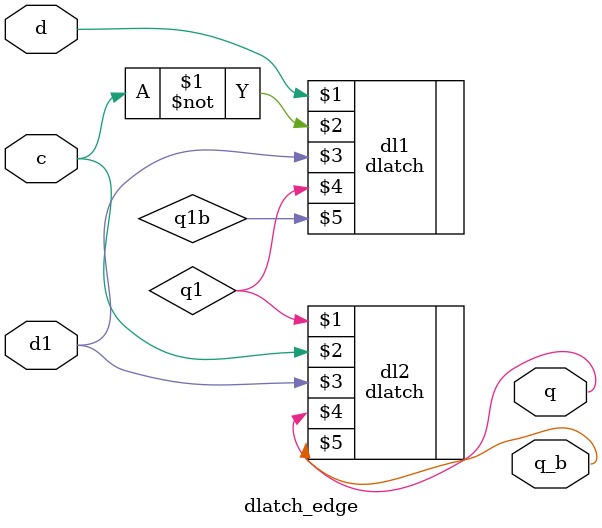
<source format=v>
`timescale 1ns / 1ps
module dlatch_edge(input d, c,d1, output q, q_b 
    );
	 
	 wire q1,q1b;
	 dlatch
		dl1(d,~c,d1,q1,q1b),
		dl2(q1,c,d1,q,q_b);
endmodule

</source>
